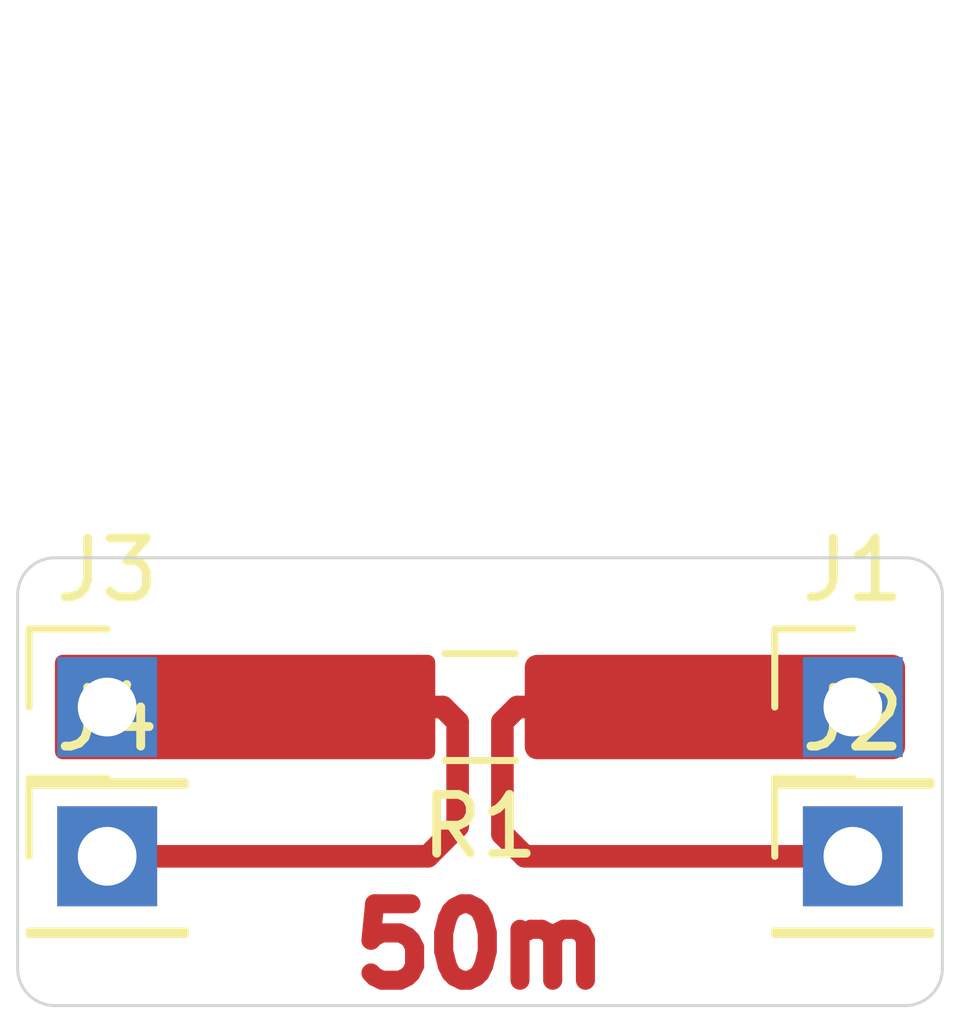
<source format=kicad_pcb>
(kicad_pcb (version 20171130) (host pcbnew "(5.1.6)-1")

  (general
    (thickness 1.6)
    (drawings 10)
    (tracks 10)
    (zones 0)
    (modules 5)
    (nets 3)
  )

  (page A4)
  (layers
    (0 F.Cu signal)
    (31 B.Cu signal)
    (32 B.Adhes user)
    (33 F.Adhes user)
    (34 B.Paste user)
    (35 F.Paste user)
    (36 B.SilkS user)
    (37 F.SilkS user)
    (38 B.Mask user)
    (39 F.Mask user)
    (40 Dwgs.User user)
    (41 Cmts.User user)
    (42 Eco1.User user)
    (43 Eco2.User user)
    (44 Edge.Cuts user)
    (45 Margin user)
    (46 B.CrtYd user)
    (47 F.CrtYd user)
    (48 B.Fab user)
    (49 F.Fab user hide)
  )

  (setup
    (last_trace_width 0.381)
    (user_trace_width 0.8)
    (trace_clearance 0.381)
    (zone_clearance 0.508)
    (zone_45_only no)
    (trace_min 0.381)
    (via_size 0.8)
    (via_drill 0.6)
    (via_min_size 0.8)
    (via_min_drill 0.6)
    (uvia_size 0.3)
    (uvia_drill 0.1)
    (uvias_allowed no)
    (uvia_min_size 0.2)
    (uvia_min_drill 0.1)
    (edge_width 0.05)
    (segment_width 0.2)
    (pcb_text_width 0.3)
    (pcb_text_size 1.5 1.5)
    (mod_edge_width 0.12)
    (mod_text_size 1 1)
    (mod_text_width 0.15)
    (pad_size 1.524 1.524)
    (pad_drill 0.762)
    (pad_to_mask_clearance 0.05)
    (aux_axis_origin 0 0)
    (visible_elements 7FFFFFFF)
    (pcbplotparams
      (layerselection 0x010a0_7fffffff)
      (usegerberextensions false)
      (usegerberattributes true)
      (usegerberadvancedattributes true)
      (creategerberjobfile true)
      (excludeedgelayer true)
      (linewidth 0.100000)
      (plotframeref false)
      (viasonmask false)
      (mode 1)
      (useauxorigin false)
      (hpglpennumber 1)
      (hpglpenspeed 20)
      (hpglpendiameter 15.000000)
      (psnegative false)
      (psa4output false)
      (plotreference true)
      (plotvalue true)
      (plotinvisibletext false)
      (padsonsilk false)
      (subtractmaskfromsilk false)
      (outputformat 1)
      (mirror false)
      (drillshape 0)
      (scaleselection 1)
      (outputdirectory "fabrication/"))
  )

  (net 0 "")
  (net 1 "Net-(J1-Pad1)")
  (net 2 "Net-(J3-Pad1)")

  (net_class Default "This is the default net class."
    (clearance 0.381)
    (trace_width 0.381)
    (via_dia 0.8)
    (via_drill 0.6)
    (uvia_dia 0.3)
    (uvia_drill 0.1)
    (diff_pair_width 0.381)
    (diff_pair_gap 0.381)
    (add_net "Net-(J1-Pad1)")
    (add_net "Net-(J3-Pad1)")
  )

  (module Connector_PinHeader_2.54mm:PinHeader_1x01_P2.54mm_Vertical (layer F.Cu) (tedit 59FED5CC) (tstamp 611BDFB7)
    (at 45.72 45.72)
    (descr "Through hole straight pin header, 1x01, 2.54mm pitch, single row")
    (tags "Through hole pin header THT 1x01 2.54mm single row")
    (path /611B5A0D)
    (fp_text reference J4 (at 0 -2.33) (layer F.SilkS)
      (effects (font (size 1 1) (thickness 0.15)))
    )
    (fp_text value "Kelvin -" (at 0 2.33) (layer F.Fab)
      (effects (font (size 1 1) (thickness 0.15)))
    )
    (fp_line (start -0.635 -1.27) (end 1.27 -1.27) (layer F.Fab) (width 0.1))
    (fp_line (start 1.27 -1.27) (end 1.27 1.27) (layer F.Fab) (width 0.1))
    (fp_line (start 1.27 1.27) (end -1.27 1.27) (layer F.Fab) (width 0.1))
    (fp_line (start -1.27 1.27) (end -1.27 -0.635) (layer F.Fab) (width 0.1))
    (fp_line (start -1.27 -0.635) (end -0.635 -1.27) (layer F.Fab) (width 0.1))
    (fp_line (start -1.33 1.33) (end 1.33 1.33) (layer F.SilkS) (width 0.12))
    (fp_line (start -1.33 1.27) (end -1.33 1.33) (layer F.SilkS) (width 0.12))
    (fp_line (start 1.33 1.27) (end 1.33 1.33) (layer F.SilkS) (width 0.12))
    (fp_line (start -1.33 1.27) (end 1.33 1.27) (layer F.SilkS) (width 0.12))
    (fp_line (start -1.33 0) (end -1.33 -1.33) (layer F.SilkS) (width 0.12))
    (fp_line (start -1.33 -1.33) (end 0 -1.33) (layer F.SilkS) (width 0.12))
    (fp_line (start -1.8 -1.8) (end -1.8 1.8) (layer F.CrtYd) (width 0.05))
    (fp_line (start -1.8 1.8) (end 1.8 1.8) (layer F.CrtYd) (width 0.05))
    (fp_line (start 1.8 1.8) (end 1.8 -1.8) (layer F.CrtYd) (width 0.05))
    (fp_line (start 1.8 -1.8) (end -1.8 -1.8) (layer F.CrtYd) (width 0.05))
    (fp_text user %R (at 0 0 90) (layer F.Fab)
      (effects (font (size 1 1) (thickness 0.15)))
    )
    (pad 1 thru_hole rect (at 0 0) (size 1.7 1.7) (drill 1) (layers *.Cu *.Mask)
      (net 2 "Net-(J3-Pad1)"))
    (model ${KISYS3DMOD}/Connector_PinHeader_2.54mm.3dshapes/PinHeader_1x01_P2.54mm_Vertical.wrl
      (at (xyz 0 0 0))
      (scale (xyz 1 1 1))
      (rotate (xyz 0 0 0))
    )
  )

  (module Connector_PinHeader_2.54mm:PinHeader_1x01_P2.54mm_Vertical (layer F.Cu) (tedit 59FED5CC) (tstamp 611BD0CC)
    (at 45.72 43.18)
    (descr "Through hole straight pin header, 1x01, 2.54mm pitch, single row")
    (tags "Through hole pin header THT 1x01 2.54mm single row")
    (path /611B32A6)
    (fp_text reference J3 (at 0 -2.33) (layer F.SilkS)
      (effects (font (size 1 1) (thickness 0.15)))
    )
    (fp_text value "Input -" (at 0 2.33) (layer F.Fab)
      (effects (font (size 1 1) (thickness 0.15)))
    )
    (fp_line (start -0.635 -1.27) (end 1.27 -1.27) (layer F.Fab) (width 0.1))
    (fp_line (start 1.27 -1.27) (end 1.27 1.27) (layer F.Fab) (width 0.1))
    (fp_line (start 1.27 1.27) (end -1.27 1.27) (layer F.Fab) (width 0.1))
    (fp_line (start -1.27 1.27) (end -1.27 -0.635) (layer F.Fab) (width 0.1))
    (fp_line (start -1.27 -0.635) (end -0.635 -1.27) (layer F.Fab) (width 0.1))
    (fp_line (start -1.33 1.33) (end 1.33 1.33) (layer F.SilkS) (width 0.12))
    (fp_line (start -1.33 1.27) (end -1.33 1.33) (layer F.SilkS) (width 0.12))
    (fp_line (start 1.33 1.27) (end 1.33 1.33) (layer F.SilkS) (width 0.12))
    (fp_line (start -1.33 1.27) (end 1.33 1.27) (layer F.SilkS) (width 0.12))
    (fp_line (start -1.33 0) (end -1.33 -1.33) (layer F.SilkS) (width 0.12))
    (fp_line (start -1.33 -1.33) (end 0 -1.33) (layer F.SilkS) (width 0.12))
    (fp_line (start -1.8 -1.8) (end -1.8 1.8) (layer F.CrtYd) (width 0.05))
    (fp_line (start -1.8 1.8) (end 1.8 1.8) (layer F.CrtYd) (width 0.05))
    (fp_line (start 1.8 1.8) (end 1.8 -1.8) (layer F.CrtYd) (width 0.05))
    (fp_line (start 1.8 -1.8) (end -1.8 -1.8) (layer F.CrtYd) (width 0.05))
    (fp_text user %R (at 0 0 90) (layer F.Fab)
      (effects (font (size 1 1) (thickness 0.15)))
    )
    (pad 1 thru_hole rect (at 0 0) (size 1.7 1.7) (drill 1) (layers *.Cu *.Mask)
      (net 2 "Net-(J3-Pad1)"))
    (model ${KISYS3DMOD}/Connector_PinHeader_2.54mm.3dshapes/PinHeader_1x01_P2.54mm_Vertical.wrl
      (at (xyz 0 0 0))
      (scale (xyz 1 1 1))
      (rotate (xyz 0 0 0))
    )
  )

  (module Connector_PinHeader_2.54mm:PinHeader_1x01_P2.54mm_Vertical (layer F.Cu) (tedit 59FED5CC) (tstamp 611BD0AC)
    (at 58.42 45.72)
    (descr "Through hole straight pin header, 1x01, 2.54mm pitch, single row")
    (tags "Through hole pin header THT 1x01 2.54mm single row")
    (path /611B4B90)
    (fp_text reference J2 (at 0 -2.33) (layer F.SilkS)
      (effects (font (size 1 1) (thickness 0.15)))
    )
    (fp_text value "Kelvin +" (at 0 2.33) (layer F.Fab)
      (effects (font (size 1 1) (thickness 0.15)))
    )
    (fp_line (start -0.635 -1.27) (end 1.27 -1.27) (layer F.Fab) (width 0.1))
    (fp_line (start 1.27 -1.27) (end 1.27 1.27) (layer F.Fab) (width 0.1))
    (fp_line (start 1.27 1.27) (end -1.27 1.27) (layer F.Fab) (width 0.1))
    (fp_line (start -1.27 1.27) (end -1.27 -0.635) (layer F.Fab) (width 0.1))
    (fp_line (start -1.27 -0.635) (end -0.635 -1.27) (layer F.Fab) (width 0.1))
    (fp_line (start -1.33 1.33) (end 1.33 1.33) (layer F.SilkS) (width 0.12))
    (fp_line (start -1.33 1.27) (end -1.33 1.33) (layer F.SilkS) (width 0.12))
    (fp_line (start 1.33 1.27) (end 1.33 1.33) (layer F.SilkS) (width 0.12))
    (fp_line (start -1.33 1.27) (end 1.33 1.27) (layer F.SilkS) (width 0.12))
    (fp_line (start -1.33 0) (end -1.33 -1.33) (layer F.SilkS) (width 0.12))
    (fp_line (start -1.33 -1.33) (end 0 -1.33) (layer F.SilkS) (width 0.12))
    (fp_line (start -1.8 -1.8) (end -1.8 1.8) (layer F.CrtYd) (width 0.05))
    (fp_line (start -1.8 1.8) (end 1.8 1.8) (layer F.CrtYd) (width 0.05))
    (fp_line (start 1.8 1.8) (end 1.8 -1.8) (layer F.CrtYd) (width 0.05))
    (fp_line (start 1.8 -1.8) (end -1.8 -1.8) (layer F.CrtYd) (width 0.05))
    (fp_text user %R (at 0 0 90) (layer F.Fab)
      (effects (font (size 1 1) (thickness 0.15)))
    )
    (pad 1 thru_hole rect (at 0 0) (size 1.7 1.7) (drill 1) (layers *.Cu *.Mask)
      (net 1 "Net-(J1-Pad1)"))
    (model ${KISYS3DMOD}/Connector_PinHeader_2.54mm.3dshapes/PinHeader_1x01_P2.54mm_Vertical.wrl
      (at (xyz 0 0 0))
      (scale (xyz 1 1 1))
      (rotate (xyz 0 0 0))
    )
  )

  (module Connector_PinHeader_2.54mm:PinHeader_1x01_P2.54mm_Vertical (layer F.Cu) (tedit 59FED5CC) (tstamp 611BD08C)
    (at 58.42 43.18)
    (descr "Through hole straight pin header, 1x01, 2.54mm pitch, single row")
    (tags "Through hole pin header THT 1x01 2.54mm single row")
    (path /611B2323)
    (fp_text reference J1 (at 0 -2.33) (layer F.SilkS)
      (effects (font (size 1 1) (thickness 0.15)))
    )
    (fp_text value "Input +" (at 0 2.33) (layer F.Fab)
      (effects (font (size 1 1) (thickness 0.15)))
    )
    (fp_line (start -0.635 -1.27) (end 1.27 -1.27) (layer F.Fab) (width 0.1))
    (fp_line (start 1.27 -1.27) (end 1.27 1.27) (layer F.Fab) (width 0.1))
    (fp_line (start 1.27 1.27) (end -1.27 1.27) (layer F.Fab) (width 0.1))
    (fp_line (start -1.27 1.27) (end -1.27 -0.635) (layer F.Fab) (width 0.1))
    (fp_line (start -1.27 -0.635) (end -0.635 -1.27) (layer F.Fab) (width 0.1))
    (fp_line (start -1.33 1.33) (end 1.33 1.33) (layer F.SilkS) (width 0.12))
    (fp_line (start -1.33 1.27) (end -1.33 1.33) (layer F.SilkS) (width 0.12))
    (fp_line (start 1.33 1.27) (end 1.33 1.33) (layer F.SilkS) (width 0.12))
    (fp_line (start -1.33 1.27) (end 1.33 1.27) (layer F.SilkS) (width 0.12))
    (fp_line (start -1.33 0) (end -1.33 -1.33) (layer F.SilkS) (width 0.12))
    (fp_line (start -1.33 -1.33) (end 0 -1.33) (layer F.SilkS) (width 0.12))
    (fp_line (start -1.8 -1.8) (end -1.8 1.8) (layer F.CrtYd) (width 0.05))
    (fp_line (start -1.8 1.8) (end 1.8 1.8) (layer F.CrtYd) (width 0.05))
    (fp_line (start 1.8 1.8) (end 1.8 -1.8) (layer F.CrtYd) (width 0.05))
    (fp_line (start 1.8 -1.8) (end -1.8 -1.8) (layer F.CrtYd) (width 0.05))
    (fp_text user %R (at 0 0 90) (layer F.Fab)
      (effects (font (size 1 1) (thickness 0.15)))
    )
    (pad 1 thru_hole rect (at 0 0) (size 1.7 1.7) (drill 1) (layers *.Cu *.Mask)
      (net 1 "Net-(J1-Pad1)"))
    (model ${KISYS3DMOD}/Connector_PinHeader_2.54mm.3dshapes/PinHeader_1x01_P2.54mm_Vertical.wrl
      (at (xyz 0 0 0))
      (scale (xyz 1 1 1))
      (rotate (xyz 0 0 0))
    )
  )

  (module Resistor_SMD:R_1206_3216Metric_Pad1.42x1.75mm_HandSolder (layer F.Cu) (tedit 5B301BBD) (tstamp 611BDF02)
    (at 52.07 43.18)
    (descr "Resistor SMD 1206 (3216 Metric), square (rectangular) end terminal, IPC_7351 nominal with elongated pad for handsoldering. (Body size source: http://www.tortai-tech.com/upload/download/2011102023233369053.pdf), generated with kicad-footprint-generator")
    (tags "resistor handsolder")
    (path /611B10EA)
    (attr smd)
    (fp_text reference R1 (at 0 2.032) (layer F.SilkS)
      (effects (font (size 1 1) (thickness 0.15)))
    )
    (fp_text value 50mOhm (at 0 1.82) (layer F.Fab)
      (effects (font (size 1 1) (thickness 0.15)))
    )
    (fp_line (start -1.6 0.8) (end -1.6 -0.8) (layer F.Fab) (width 0.1))
    (fp_line (start -1.6 -0.8) (end 1.6 -0.8) (layer F.Fab) (width 0.1))
    (fp_line (start 1.6 -0.8) (end 1.6 0.8) (layer F.Fab) (width 0.1))
    (fp_line (start 1.6 0.8) (end -1.6 0.8) (layer F.Fab) (width 0.1))
    (fp_line (start -0.602064 -0.91) (end 0.602064 -0.91) (layer F.SilkS) (width 0.12))
    (fp_line (start -0.602064 0.91) (end 0.602064 0.91) (layer F.SilkS) (width 0.12))
    (fp_line (start -2.45 1.12) (end -2.45 -1.12) (layer F.CrtYd) (width 0.05))
    (fp_line (start -2.45 -1.12) (end 2.45 -1.12) (layer F.CrtYd) (width 0.05))
    (fp_line (start 2.45 -1.12) (end 2.45 1.12) (layer F.CrtYd) (width 0.05))
    (fp_line (start 2.45 1.12) (end -2.45 1.12) (layer F.CrtYd) (width 0.05))
    (fp_text user %R (at 0 0) (layer F.Fab)
      (effects (font (size 0.8 0.8) (thickness 0.12)))
    )
    (pad 1 smd roundrect (at -1.4875 0) (size 1.425 1.75) (layers F.Cu F.Paste F.Mask) (roundrect_rratio 0.175439)
      (net 2 "Net-(J3-Pad1)"))
    (pad 2 smd roundrect (at 1.4875 0) (size 1.425 1.75) (layers F.Cu F.Paste F.Mask) (roundrect_rratio 0.175439)
      (net 1 "Net-(J1-Pad1)"))
    (model ${KISYS3DMOD}/Resistor_SMD.3dshapes/R_1206_3216Metric.wrl
      (at (xyz 0 0 0))
      (scale (xyz 1 1 1))
      (rotate (xyz 0 0 0))
    )
  )

  (gr_text 50m (at 52.07 47.244) (layer F.Cu)
    (effects (font (size 1.3 1.3) (thickness 0.325)))
  )
  (gr_arc (start 59.309 47.625) (end 59.309 48.26) (angle -90) (layer Edge.Cuts) (width 0.05))
  (gr_arc (start 44.831 47.625) (end 44.196 47.625) (angle -90) (layer Edge.Cuts) (width 0.05))
  (gr_arc (start 44.831 41.275) (end 44.831 40.64) (angle -90) (layer Edge.Cuts) (width 0.05))
  (gr_arc (start 59.309 41.275) (end 59.944 41.275) (angle -90) (layer Edge.Cuts) (width 0.05))
  (gr_line (start 44.196 47.625) (end 44.196 41.275) (layer Edge.Cuts) (width 0.05) (tstamp 611BE08A))
  (gr_line (start 59.309 48.26) (end 44.831 48.26) (layer Edge.Cuts) (width 0.05))
  (gr_line (start 59.944 41.275) (end 59.944 47.625) (layer Edge.Cuts) (width 0.05))
  (gr_line (start 44.831 40.64) (end 59.309 40.64) (layer Edge.Cuts) (width 0.05))
  (dimension 7.62 (width 0.15) (layer Dwgs.User)
    (gr_text "7.620 mm" (at 52.07 31.847) (layer Dwgs.User)
      (effects (font (size 1 1) (thickness 0.15)))
    )
    (feature1 (pts (xy 55.88 38.227) (xy 55.88 32.560579)))
    (feature2 (pts (xy 48.26 38.227) (xy 48.26 32.560579)))
    (crossbar (pts (xy 48.26 33.147) (xy 55.88 33.147)))
    (arrow1a (pts (xy 55.88 33.147) (xy 54.753496 33.733421)))
    (arrow1b (pts (xy 55.88 33.147) (xy 54.753496 32.560579)))
    (arrow2a (pts (xy 48.26 33.147) (xy 49.386504 33.733421)))
    (arrow2b (pts (xy 48.26 33.147) (xy 49.386504 32.560579)))
  )

  (segment (start 53.5575 43.18) (end 52.705 43.18) (width 0.385) (layer F.Cu) (net 1))
  (segment (start 52.705 43.18) (end 52.45101 43.43399) (width 0.385) (layer F.Cu) (net 1))
  (segment (start 52.45101 43.43399) (end 52.45101 45.33901) (width 0.385) (layer F.Cu) (net 1))
  (segment (start 52.832 45.72) (end 58.42 45.72) (width 0.385) (layer F.Cu) (net 1))
  (segment (start 52.45101 45.33901) (end 52.832 45.72) (width 0.385) (layer F.Cu) (net 1))
  (segment (start 50.5825 43.18) (end 51.435 43.18) (width 0.385) (layer F.Cu) (net 2))
  (segment (start 51.435 43.18) (end 51.689 43.434) (width 0.385) (layer F.Cu) (net 2))
  (segment (start 51.689 43.434) (end 51.689 45.212) (width 0.385) (layer F.Cu) (net 2))
  (segment (start 51.181 45.72) (end 45.72 45.72) (width 0.385) (layer F.Cu) (net 2))
  (segment (start 51.689 45.212) (end 51.181 45.72) (width 0.385) (layer F.Cu) (net 2))

  (zone (net 2) (net_name "Net-(J3-Pad1)") (layer F.Cu) (tstamp 6135A67B) (hatch edge 0.508)
    (connect_pads yes (clearance 0.508))
    (min_thickness 0.254)
    (fill yes (arc_segments 32) (thermal_gap 0.508) (thermal_bridge_width 0.508) (smoothing fillet) (radius 0.1))
    (polygon
      (pts
        (xy 51.308 44.069) (xy 49.784 44.069) (xy 46.609 44.069) (xy 44.831 44.069) (xy 44.831 42.291)
        (xy 46.609 42.291) (xy 50.038 42.291) (xy 51.308 42.291)
      )
    )
    (filled_polygon
      (pts
        (xy 51.181 43.942) (xy 44.958 43.942) (xy 44.958 42.418) (xy 51.181 42.418)
      )
    )
  )
  (zone (net 1) (net_name "Net-(J1-Pad1)") (layer F.Cu) (tstamp 6135A678) (hatch edge 0.508)
    (connect_pads yes (clearance 0.508))
    (min_thickness 0.254)
    (fill yes (arc_segments 32) (thermal_gap 0.508) (thermal_bridge_width 0.508) (smoothing fillet) (radius 0.2))
    (polygon
      (pts
        (xy 59.309 44.069) (xy 52.832 44.069) (xy 52.832 42.291) (xy 59.309 42.291)
      )
    )
    (filled_polygon
      (pts
        (xy 59.135984 42.425856) (xy 59.158859 42.441141) (xy 59.174144 42.464016) (xy 59.182 42.503509) (xy 59.182 43.856491)
        (xy 59.174144 43.895984) (xy 59.158859 43.918859) (xy 59.135984 43.934144) (xy 59.096491 43.942) (xy 53.044509 43.942)
        (xy 53.005016 43.934144) (xy 52.982141 43.918859) (xy 52.966856 43.895984) (xy 52.959 43.856491) (xy 52.959 42.503509)
        (xy 52.966856 42.464016) (xy 52.982141 42.441141) (xy 53.005016 42.425856) (xy 53.044509 42.418) (xy 59.096491 42.418)
      )
    )
  )
)

</source>
